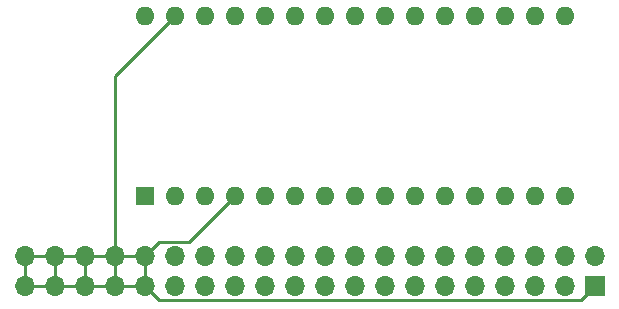
<source format=gbr>
G04 #@! TF.GenerationSoftware,KiCad,Pcbnew,(5.1.0-0)*
G04 #@! TF.CreationDate,2019-11-12T18:04:14-08:00*
G04 #@! TF.ProjectId,ArduinoSerialCard,41726475-696e-46f5-9365-7269616c4361,rev?*
G04 #@! TF.SameCoordinates,Original*
G04 #@! TF.FileFunction,Copper,L2,Bot*
G04 #@! TF.FilePolarity,Positive*
%FSLAX46Y46*%
G04 Gerber Fmt 4.6, Leading zero omitted, Abs format (unit mm)*
G04 Created by KiCad (PCBNEW (5.1.0-0)) date 2019-11-12 18:04:14*
%MOMM*%
%LPD*%
G04 APERTURE LIST*
%ADD10O,1.700000X1.700000*%
%ADD11R,1.700000X1.700000*%
%ADD12O,1.600000X1.600000*%
%ADD13R,1.600000X1.600000*%
%ADD14C,0.250000*%
G04 APERTURE END LIST*
D10*
X137160000Y-78740000D03*
X137160000Y-81280000D03*
X139700000Y-78740000D03*
X139700000Y-81280000D03*
X142240000Y-78740000D03*
X142240000Y-81280000D03*
X144780000Y-78740000D03*
X144780000Y-81280000D03*
X147320000Y-78740000D03*
X147320000Y-81280000D03*
X149860000Y-78740000D03*
X149860000Y-81280000D03*
X152400000Y-78740000D03*
X152400000Y-81280000D03*
X154940000Y-78740000D03*
X154940000Y-81280000D03*
X157480000Y-78740000D03*
X157480000Y-81280000D03*
X160020000Y-78740000D03*
X160020000Y-81280000D03*
X162560000Y-78740000D03*
X162560000Y-81280000D03*
X165100000Y-78740000D03*
X165100000Y-81280000D03*
X167640000Y-78740000D03*
X167640000Y-81280000D03*
X170180000Y-78740000D03*
X170180000Y-81280000D03*
X172720000Y-78740000D03*
X172720000Y-81280000D03*
X175260000Y-78740000D03*
X175260000Y-81280000D03*
X177800000Y-78740000D03*
X177800000Y-81280000D03*
X180340000Y-78740000D03*
X180340000Y-81280000D03*
X182880000Y-78740000D03*
X182880000Y-81280000D03*
X185420000Y-78740000D03*
D11*
X185420000Y-81280000D03*
D12*
X182880000Y-58420000D03*
X182880000Y-73660000D03*
X147320000Y-58420000D03*
X180340000Y-73660000D03*
X149860000Y-58420000D03*
X177800000Y-73660000D03*
X152400000Y-58420000D03*
X175260000Y-73660000D03*
X154940000Y-58420000D03*
X172720000Y-73660000D03*
X157480000Y-58420000D03*
X170180000Y-73660000D03*
X160020000Y-58420000D03*
X167640000Y-73660000D03*
X162560000Y-58420000D03*
X165100000Y-73660000D03*
X165100000Y-58420000D03*
X162560000Y-73660000D03*
X167640000Y-58420000D03*
X160020000Y-73660000D03*
X170180000Y-58420000D03*
X157480000Y-73660000D03*
X172720000Y-58420000D03*
X154940000Y-73660000D03*
X175260000Y-58420000D03*
X152400000Y-73660000D03*
X177800000Y-58420000D03*
X149860000Y-73660000D03*
X180340000Y-58420000D03*
D13*
X147320000Y-73660000D03*
D14*
X147320000Y-81280000D02*
X147320000Y-78740000D01*
X144780000Y-81280000D02*
X147320000Y-81280000D01*
X146117919Y-78740000D02*
X144780000Y-78740000D01*
X147320000Y-78740000D02*
X146117919Y-78740000D01*
X143577919Y-78740000D02*
X142240000Y-78740000D01*
X144780000Y-78740000D02*
X143577919Y-78740000D01*
X142240000Y-78740000D02*
X139700000Y-78740000D01*
X139700000Y-78740000D02*
X137160000Y-78740000D01*
X137160000Y-81280000D02*
X139700000Y-81280000D01*
X139700000Y-81280000D02*
X142240000Y-81280000D01*
X143442081Y-81280000D02*
X144780000Y-81280000D01*
X142240000Y-81280000D02*
X143442081Y-81280000D01*
X144780000Y-80077919D02*
X144780000Y-78740000D01*
X144780000Y-81280000D02*
X144780000Y-80077919D01*
X142240000Y-79942081D02*
X142240000Y-81280000D01*
X142240000Y-78740000D02*
X142240000Y-79942081D01*
X139700000Y-79942081D02*
X139700000Y-81280000D01*
X139700000Y-78740000D02*
X139700000Y-79942081D01*
X137160000Y-81280000D02*
X137160000Y-78740000D01*
X148495001Y-82455001D02*
X148169999Y-82129999D01*
X148169999Y-82129999D02*
X147320000Y-81280000D01*
X184244999Y-82455001D02*
X148495001Y-82455001D01*
X185420000Y-81280000D02*
X184244999Y-82455001D01*
X144780000Y-63500000D02*
X144780000Y-78740000D01*
X149860000Y-58420000D02*
X144780000Y-63500000D01*
X148169999Y-77890001D02*
X147320000Y-78740000D01*
X148495001Y-77564999D02*
X148169999Y-77890001D01*
X151035001Y-77564999D02*
X148495001Y-77564999D01*
X154940000Y-73660000D02*
X151035001Y-77564999D01*
M02*

</source>
